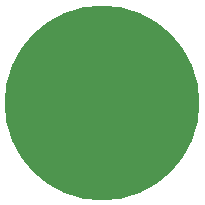
<source format=gbs>
G04 #@! TF.FileFunction,Soldermask,Bot*
%FSLAX46Y46*%
G04 Gerber Fmt 4.6, Leading zero omitted, Abs format (unit mm)*
G04 Created by KiCad (PCBNEW 4.0.1-3.201512221402+6198~38~ubuntu14.04.1-stable) date Sun Jan  3 21:03:05 2016*
%MOMM*%
G01*
G04 APERTURE LIST*
%ADD10C,0.150000*%
%ADD11C,16.510000*%
G04 APERTURE END LIST*
D10*
D11*
X101549200Y-51181000D03*
M02*

</source>
